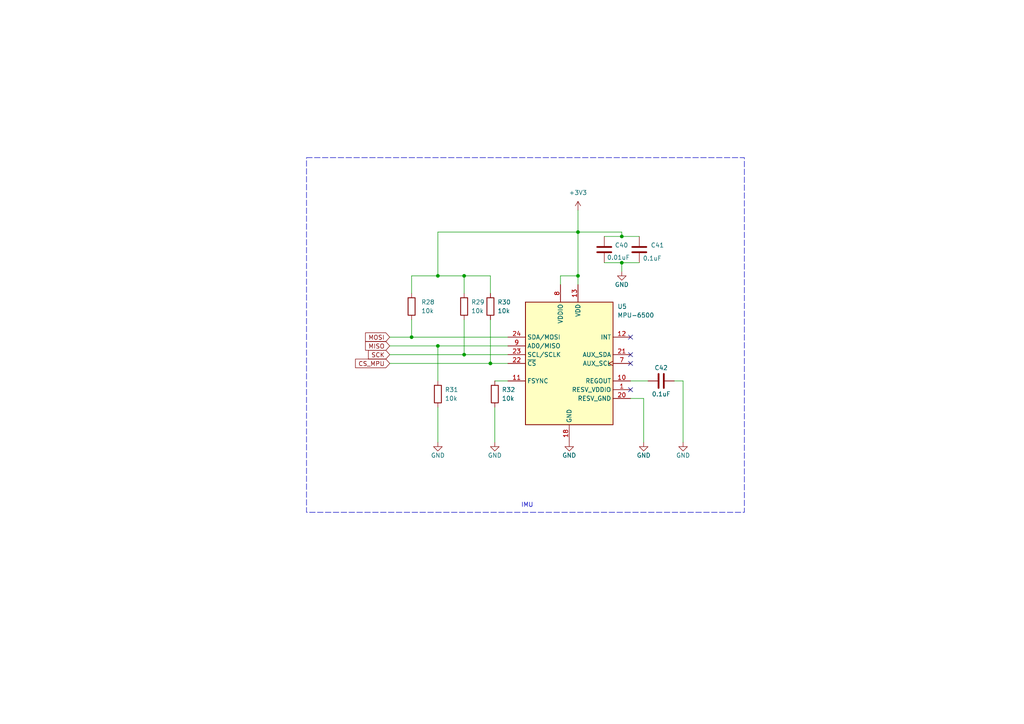
<source format=kicad_sch>
(kicad_sch (version 20231120) (generator "eeschema") (generator_version "8.0")
  (paper "A4")
  (title_block (title "RedShift-117.6-LogicBoard-F103") (date "08.12.2023") (rev "0.1"))
  (lib_symbols
    (symbol "Device:C" (pin_numbers hide) (pin_names (offset 0.254))
      (property "Reference" "C" (at 0.635 2.54 0))
      (property "Value" "C" (at 0.635 -2.54 0))
      (symbol "C_0_1"
        (polyline (pts (xy -2.032 -0.762) (xy 2.032 -0.762)) (stroke (width 0.508)))
        (polyline (pts (xy -2.032 0.762) (xy 2.032 0.762)) (stroke (width 0.508)))
      )
      (symbol "C_1_1"
        (pin passive line (at 0 3.81 270) (length 2.794) (name "~") (number "1"))
        (pin passive line (at 0 -3.81 90) (length 2.794) (name "~") (number "2"))
      )
    )
    (symbol "Device:R" (pin_numbers hide) (pin_names (offset 0))
      (property "Reference" "R" (at 2.032 0 90))
      (property "Value" "R" (at 0 0 90))
      (symbol "R_0_1"
        (rectangle (start -1.016 -2.54) (end 1.016 2.54) (stroke (width 0.254)))
      )
      (symbol "R_1_1"
        (pin passive line (at 0 3.81 270) (length 1.27) (name "~") (number "1"))
        (pin passive line (at 0 -3.81 90) (length 1.27) (name "~") (number "2"))
      )
    )
    (symbol "GND_2" (power) (pin_names (offset 0))
      (property "Value" "GND_2" (at 0 -3.81 0))
      (symbol "GND_2_0_1"
        (polyline (pts (xy 0 0) (xy 0 -1.27) (xy 1.27 -1.27) (xy 0 -2.54) (xy -1.27 -1.27) (xy 0 -1.27)))
      )
      (symbol "GND_2_1_1"
        (pin power_in line (at 0 0 270) (length 0) hide (name "GND") (number "1"))
      )
    )
    (symbol "MPU-9250_1"
      (property "Reference" "U" (at -11.43 19.05 0))
      (property "Value" "MPU-9250" (at 7.62 -19.05 0))
      (symbol "MPU-9250_1_0_1"
        (rectangle (start -12.7 17.78) (end 12.7 -17.78) (stroke (width 0.254)) (fill (type background)))
      )
      (symbol "MPU-9250_1_1_1"
        (pin input line (at 17.78 -7.62 180) (length 5.08) (name "RESV_VDDIO") (number "1"))
        (pin passive line (at 17.78 -5.08 180) (length 5.08) (name "REGOUT") (number "10"))
        (pin input line (at -17.78 -5.08 0) (length 5.08) (name "FSYNC") (number "11"))
        (pin output line (at 17.78 7.62 180) (length 5.08) (name "INT") (number "12"))
        (pin power_in line (at 2.54 22.86 270) (length 5.08) (name "VDD") (number "13"))
        (pin power_in line (at 0 -22.86 90) (length 5.08) (name "GND") (number "18"))
        (pin power_in line (at 17.78 -10.16 180) (length 5.08) (name "RESV_GND") (number "20"))
        (pin bidirectional line (at 17.78 2.54 180) (length 5.08) (name "AUX_SDA") (number "21"))
        (pin input line (at -17.78 0 0) (length 5.08) (name "~{CS}") (number "22"))
        (pin input line (at -17.78 2.54 0) (length 5.08) (name "SCL/SCLK") (number "23"))
        (pin bidirectional line (at -17.78 7.62 0) (length 5.08) (name "SDA/MOSI") (number "24"))
        (pin output clock (at 17.78 0 180) (length 5.08) (name "AUX_SCL") (number "7"))
        (pin power_in line (at -2.54 22.86 270) (length 5.08) (name "VDDIO") (number "8"))
        (pin bidirectional line (at -17.78 5.08 0) (length 5.08) (name "AD0/MISO") (number "9"))
      )
    )
    (symbol "power:+3V3" (power) (pin_names (offset 0))
      (property "Value" "+3V3" (at 0 3.556 0))
      (symbol "+3V3_0_1"
        (polyline (pts (xy -0.762 1.27) (xy 0 2.54)))
        (polyline (pts (xy 0 0) (xy 0 2.54)))
        (polyline (pts (xy 0 2.54) (xy 0.762 1.27)))
      )
      (symbol "+3V3_1_1"
        (pin power_in line (at 0 0 90) (length 0) hide (name "+3V3") (number "1"))
      )
    )
  )
  (junction (at 180.34 68.58))
  (junction (at 180.34 76.2))
  (junction (at 127 80.01))
  (junction (at 167.64 80.01))
  (junction (at 127 100.33))
  (junction (at 142.24 105.41))
  (junction (at 119.38 97.79))
  (junction (at 134.62 102.87))
  (junction (at 134.62 80.01))
  (junction (at 167.64 67.31))
  (no_connect (at 182.88 105.41))
  (no_connect (at 182.88 102.87))
  (no_connect (at 182.88 97.79))
  (no_connect (at 182.88 113.03))
  (wire (pts (xy 134.62 80.01) (xy 142.24 80.01)))
  (wire (pts (xy 167.64 67.31) (xy 167.64 80.01)))
  (wire (pts (xy 142.24 92.71) (xy 142.24 105.41)))
  (wire (pts (xy 180.34 76.2) (xy 185.42 76.2)))
  (wire (pts (xy 113.03 97.79) (xy 119.38 97.79)))
  (wire (pts (xy 180.34 68.58) (xy 180.34 67.31)))
  (wire (pts (xy 119.38 92.71) (xy 119.38 97.79)))
  (wire (pts (xy 198.12 110.49) (xy 195.58 110.49)))
  (wire (pts (xy 119.38 80.01) (xy 127 80.01)))
  (wire (pts (xy 113.03 105.41) (xy 142.24 105.41)))
  (wire (pts (xy 119.38 85.09) (xy 119.38 80.01)))
  (wire (pts (xy 143.51 118.11) (xy 143.51 128.27)))
  (wire (pts (xy 167.64 60.96) (xy 167.64 67.31)))
  (wire (pts (xy 167.64 80.01) (xy 162.56 80.01)))
  (wire (pts (xy 127 118.11) (xy 127 128.27)))
  (wire (pts (xy 175.26 76.2) (xy 180.34 76.2)))
  (wire (pts (xy 142.24 80.01) (xy 142.24 85.09)))
  (wire (pts (xy 162.56 80.01) (xy 162.56 82.55)))
  (wire (pts (xy 127 80.01) (xy 127 67.31)))
  (wire (pts (xy 142.24 105.41) (xy 147.32 105.41)))
  (wire (pts (xy 127 100.33) (xy 147.32 100.33)))
  (wire (pts (xy 198.12 110.49) (xy 198.12 128.27)))
  (wire (pts (xy 143.51 110.49) (xy 147.32 110.49)))
  (wire (pts (xy 186.69 128.27) (xy 186.69 115.57)))
  (wire (pts (xy 127 100.33) (xy 127 110.49)))
  (wire (pts (xy 113.03 100.33) (xy 127 100.33)))
  (wire (pts (xy 113.03 102.87) (xy 134.62 102.87)))
  (wire (pts (xy 180.34 67.31) (xy 167.64 67.31)))
  (wire (pts (xy 134.62 85.09) (xy 134.62 80.01)))
  (wire (pts (xy 134.62 80.01) (xy 127 80.01)))
  (wire (pts (xy 134.62 92.71) (xy 134.62 102.87)))
  (wire (pts (xy 134.62 102.87) (xy 147.32 102.87)))
  (wire (pts (xy 182.88 110.49) (xy 187.96 110.49)))
  (wire (pts (xy 175.26 68.58) (xy 180.34 68.58)))
  (wire (pts (xy 119.38 97.79) (xy 147.32 97.79)))
  (wire (pts (xy 180.34 76.2) (xy 180.34 78.74)))
  (wire (pts (xy 180.34 68.58) (xy 185.42 68.58)))
  (wire (pts (xy 127 67.31) (xy 167.64 67.31)))
  (wire (pts (xy 186.69 115.57) (xy 182.88 115.57)))
  (wire (pts (xy 167.64 80.01) (xy 167.64 82.55)))
  (rectangle (start 88.9 45.72) (end 215.9 148.59) (stroke (width 0) (type dash)))
  (text "IMU" (at 151.13 147.32 0) (effects (font (size 1.27 1.27)) (justify left bottom)))
  (global_label "CS_MPU" (shape input) (at 113.03 105.41 180) (property "Intersheetrefs" "${INTERSHEET_REFS}" (effects (hide yes))))
  (global_label "MISO" (shape input) (at 113.03 100.33 180) (property "Intersheetrefs" "${INTERSHEET_REFS}" (effects (hide yes))))
  (global_label "SCK" (shape input) (at 113.03 102.87 180) (property "Intersheetrefs" "${INTERSHEET_REFS}" (effects (hide yes))))
  (global_label "MOSI" (shape input) (at 113.03 97.79 180) (property "Intersheetrefs" "${INTERSHEET_REFS}" (effects (hide yes))))
  (symbol (lib_id "Device:R") (at 143.51 114.3 0) (unit 1)
    (property "Reference" "R32" (at 145.542 113.0299 0) (effects (justify left)))
    (property "Value" "10k" (at 145.542 115.5699 0) (effects (justify left)))
    (property "Footprint" "Resistor_SMD:R_0603_1608Metric_Pad0.98x0.95mm_HandSolder" (effects (hide yes)))
  )
  (symbol (lib_name "GND_2") (lib_id "power:GND") (at 186.69 128.27 0) (unit 1)
    (property "Reference" "#PWR074" (effects (hide yes)))
    (property "Value" "GND" (at 186.69 132.08 0))
  )
  (symbol (lib_id "power:+3V3") (at 167.64 60.96 0) (unit 1)
    (property "Reference" "#PWR069" (effects (hide yes)))
    (property "Value" "+3V3" (at 167.64 55.88 0))
  )
  (symbol (lib_id "Device:C") (at 185.42 72.39 0) (unit 1)
    (property "Reference" "C41" (at 188.722 71.1199 0) (effects (justify left)))
    (property "Value" "0.1uF" (at 186.436 74.93 0) (effects (justify left)))
    (property "Footprint" "Capacitor_SMD:C_0603_1608Metric_Pad1.08x0.95mm_HandSolder" (effects (hide yes)))
  )
  (symbol (lib_id "Device:R") (at 134.62 88.9 180) (unit 1)
    (property "Reference" "R29" (at 136.652 87.6299 0) (effects (justify right)))
    (property "Value" "10k" (at 136.652 90.1699 0) (effects (justify right)))
    (property "Footprint" "Resistor_SMD:R_0603_1608Metric_Pad0.98x0.95mm_HandSolder" (effects (hide yes)))
  )
  (symbol (lib_name "GND_2") (lib_id "power:GND") (at 165.1 128.27 0) (unit 1)
    (property "Reference" "#PWR073" (effects (hide yes)))
    (property "Value" "GND" (at 165.1 132.08 0))
  )
  (symbol (lib_name "GND_2") (lib_id "power:GND") (at 180.34 78.74 0) (unit 1)
    (property "Reference" "#PWR070" (effects (hide yes)))
    (property "Value" "GND" (at 180.34 82.55 0))
  )
  (symbol (lib_name "GND_2") (lib_id "power:GND") (at 143.51 128.27 0) (unit 1)
    (property "Reference" "#PWR072" (effects (hide yes)))
    (property "Value" "GND" (at 143.51 132.08 0))
  )
  (symbol (lib_id "Device:R") (at 127 114.3 180) (unit 1)
    (property "Reference" "R31" (at 129.032 113.0299 0) (effects (justify right)))
    (property "Value" "10k" (at 129.032 115.5699 0) (effects (justify right)))
    (property "Footprint" "Resistor_SMD:R_0603_1608Metric_Pad0.98x0.95mm_HandSolder" (effects (hide yes)))
  )
  (symbol (lib_id "Device:R") (at 119.38 88.9 180) (unit 1)
    (property "Reference" "R28" (at 122.174 87.6299 0) (effects (justify right)))
    (property "Value" "10k" (at 122.174 90.1699 0) (effects (justify right)))
    (property "Footprint" "Resistor_SMD:R_0603_1608Metric_Pad0.98x0.95mm_HandSolder" (effects (hide yes)))
  )
  (symbol (lib_name "GND_2") (lib_id "power:GND") (at 127 128.27 0) (unit 1)
    (property "Reference" "#PWR071" (effects (hide yes)))
    (property "Value" "GND" (at 127 132.08 0))
  )
  (symbol (lib_name "GND_2") (lib_id "power:GND") (at 198.12 128.27 0) (unit 1)
    (property "Reference" "#PWR075" (effects (hide yes)))
    (property "Value" "GND" (at 198.12 132.08 0))
  )
  (symbol (lib_id "Device:C") (at 191.77 110.49 270) (unit 1)
    (property "Reference" "C42" (at 191.77 106.68 90))
    (property "Value" "0.1uF" (at 191.77 114.3 90))
    (property "Footprint" "Capacitor_SMD:C_0603_1608Metric_Pad1.08x0.95mm_HandSolder" (effects (hide yes)))
  )
  (symbol (lib_id "Device:R") (at 142.24 88.9 180) (unit 1)
    (property "Reference" "R30" (at 144.272 87.6299 0) (effects (justify right)))
    (property "Value" "10k" (at 144.272 90.1699 0) (effects (justify right)))
    (property "Footprint" "Resistor_SMD:R_0603_1608Metric_Pad0.98x0.95mm_HandSolder" (effects (hide yes)))
  )
  (symbol (lib_id "Device:C") (at 175.26 72.39 0) (unit 1)
    (property "Reference" "C40" (at 178.308 71.1199 0) (effects (justify left)))
    (property "Value" "0.01uF" (at 176.022 74.676 0) (effects (justify left)))
    (property "Footprint" "Capacitor_SMD:C_0603_1608Metric_Pad1.08x0.95mm_HandSolder" (effects (hide yes)))
  )
  (symbol (lib_name "MPU-9250_1") (lib_id "Sensor_Motion:MPU-9250") (at 165.1 105.41 0) (unit 1)
    (property "Reference" "U5" (at 179.07 88.9 0) (effects (justify left)))
    (property "Value" "MPU-6500" (at 179.07 91.44 0) (effects (justify left)))
    (property "Footprint" "Sensor_Motion:InvenSense_QFN-24_3x3mm_P0.4mm" (effects (hide yes)))
    (property "Datasheet" "https://store.invensense.com/datasheets/invensense/MPU9250REV1.0.pdf" (effects (hide yes)))
  )
)
</source>
